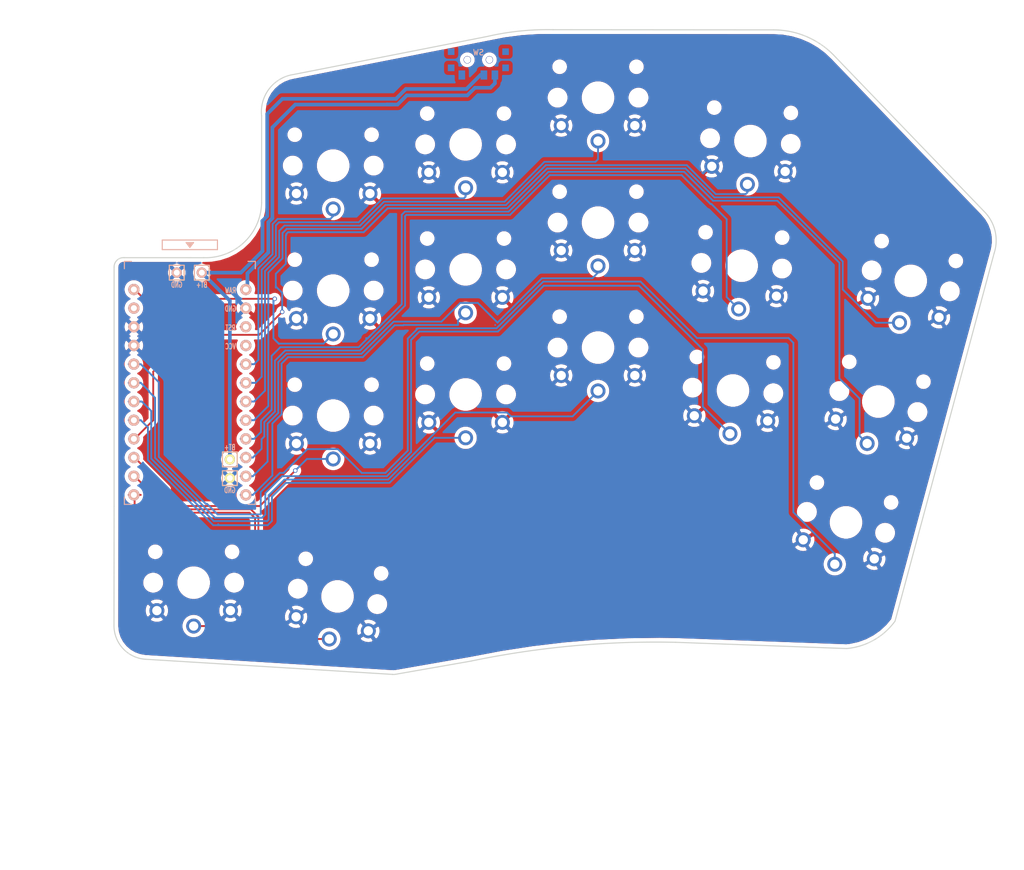
<source format=kicad_pcb>
(kicad_pcb (version 20171130) (host pcbnew "(5.1.10-1-10_14)")
  (title_block (title hypergolic) (date 2020-12-26) (rev 0.1) (company broomlabs))
  (layers (0 F.Cu signal) (31 B.Cu signal) (34 B.Paste user) (35 F.Paste user) (36 B.SilkS user) (37 F.SilkS user) (38 B.Mask user) (39 F.Mask user) (44 Edge.Cuts user))
  (net 0 "")
  (net 1 reset)
  (net 2 BT+)
  (net 3 gnd)
  (net 4 vcc)
  (net 5 Switch18)
  (net 6 Switch1)
  (net 7 Switch2)
  (net 8 Switch3)
  (net 9 Switch4)
  (net 10 Switch5)
  (net 11 Switch6)
  (net 12 Switch7)
  (net 13 Switch8)
  (net 14 Switch9)
  (net 15 Switch10)
  (net 16 Switch11)
  (net 17 Switch12)
  (net 18 Switch13)
  (net 19 Switch14)
  (net 20 Switch15)
  (net 21 Switch16)
  (net 22 Switch17)
  (net 23 "Net-(SW_POWER1-Pad1)")
  (net 24 raw)
  (module "" (layer F.Cu) (at 45.18 81.01)
    (fp_text reference "" (at 41.37 55.63) (layer F.SilkS) (effects (font (size 1.27 1.27))))
    (fp_text value "" (at 41.37 55.63) (layer F.SilkS) (effects (font (size 1.27 1.27))))
    (fp_text user BT+ (at 0.032 -1.62 180) (layer B.SilkS) (effects (font (size 0.75 0.5) (thickness 0.125)) (justify mirror)))
  )
  (module "" (layer F.Cu) (at 41.37 55.63)
    (fp_text reference "" (at 59.26 75.064) (layer F.SilkS) (effects (font (size 1.27 1.27))))
    (fp_text value "" (at 59.26 75.064) (layer F.SilkS) (effects (font (size 1.27 1.27))))
    (fp_text user BT+ (at 0.032 1.647 180) (layer B.SilkS) (effects (font (size 0.75 0.5) (thickness 0.125)) (justify mirror)))
  )
  (module Kailh:SW_PG1350_rev_DPB (layer B.Cu) (at 59.26 75.064 180)
    (fp_text reference SW18 hide)
    (fp_text value SW_Push hide)
    (pad "" np_thru_hole circle (at -5.5 0 180) (size 1.7018 1.7018) (drill 1.7018) (layers *.Cu *.Mask))
    (pad "" np_thru_hole circle (at 5.5 0 180) (size 1.7018 1.7018) (drill 1.7018) (layers *.Cu *.Mask))
    (pad "" np_thru_hole circle (at 5.22 4.2 180) (size 0.9906 0.9906) (drill 0.9906) (layers *.Cu *.Mask))
    (pad 1 thru_hole circle (at 0 -5.9 180) (size 2.032 2.032) (drill 1.27) (layers *.Cu *.Mask) (net 20 Switch15))
    (pad 2 thru_hole circle (at -5 -3.8 180) (size 2.032 2.032) (drill 1.27) (layers *.Cu *.Mask) (net 3 gnd))
    (pad "" np_thru_hole circle (at 0 0 180) (size 3.429 3.429) (drill 3.429) (layers *.Cu *.Mask))
    (pad 2 thru_hole circle (at 5 -3.8 180) (size 2.032 2.032) (drill 1.27) (layers *.Cu *.Mask) (net 3 gnd))
    (pad "" np_thru_hole circle (at -5.22 4.2 180) (size 0.9906 0.9906) (drill 0.9906) (layers *.Cu *.Mask))
  )
  (module Kailh:SW_PG1350_rev_DPB (layer B.Cu) (at 115.9747 37.7256 176)
    (fp_text reference SW3 hide)
    (fp_text value SW_Push hide)
    (pad "" np_thru_hole circle (at -5.5 0 176) (size 1.7018 1.7018) (drill 1.7018) (layers *.Cu *.Mask))
    (pad "" np_thru_hole circle (at 5.5 0 176) (size 1.7018 1.7018) (drill 1.7018) (layers *.Cu *.Mask))
    (pad "" np_thru_hole circle (at 5.22 4.2 176) (size 0.9906 0.9906) (drill 0.9906) (layers *.Cu *.Mask))
    (pad 1 thru_hole circle (at 0 -5.9 176) (size 2.032 2.032) (drill 1.27) (layers *.Cu *.Mask) (net 7 Switch2))
    (pad 2 thru_hole circle (at -5 -3.8 176) (size 2.032 2.032) (drill 1.27) (layers *.Cu *.Mask) (net 3 gnd))
    (pad "" np_thru_hole circle (at 0 0 176) (size 3.429 3.429) (drill 3.429) (layers *.Cu *.Mask))
    (pad 2 thru_hole circle (at 5 -3.8 176) (size 2.032 2.032) (drill 1.27) (layers *.Cu *.Mask) (net 3 gnd))
    (pad "" np_thru_hole circle (at -5.22 4.2 176) (size 0.9906 0.9906) (drill 0.9906) (layers *.Cu *.Mask))
  )
  (module Kailh:SW_PG1350_rev_DPB (layer B.Cu) (at 59.26 58.064 180)
    (fp_text reference SW12 hide)
    (fp_text value SW_Push hide)
    (pad "" np_thru_hole circle (at -5.5 0 180) (size 1.7018 1.7018) (drill 1.7018) (layers *.Cu *.Mask))
    (pad "" np_thru_hole circle (at 5.5 0 180) (size 1.7018 1.7018) (drill 1.7018) (layers *.Cu *.Mask))
    (pad "" np_thru_hole circle (at 5.22 4.2 180) (size 0.9906 0.9906) (drill 0.9906) (layers *.Cu *.Mask))
    (pad 1 thru_hole circle (at 0 -5.9 180) (size 2.032 2.032) (drill 1.27) (layers *.Cu *.Mask) (net 15 Switch10))
    (pad 2 thru_hole circle (at -5 -3.8 180) (size 2.032 2.032) (drill 1.27) (layers *.Cu *.Mask) (net 3 gnd))
    (pad "" np_thru_hole circle (at 0 0 180) (size 3.429 3.429) (drill 3.429) (layers *.Cu *.Mask))
    (pad 2 thru_hole circle (at 5 -3.8 180) (size 2.032 2.032) (drill 1.27) (layers *.Cu *.Mask) (net 3 gnd))
    (pad "" np_thru_hole circle (at -5.22 4.2 180) (size 0.9906 0.9906) (drill 0.9906) (layers *.Cu *.Mask))
  )
  (module Kailh:SW_PG1350_rev_DPB (layer B.Cu) (at 40.294 97.79 180)
    (fp_text reference SW21 hide)
    (fp_text value SW_Push hide)
    (pad "" np_thru_hole circle (at -5.5 0 180) (size 1.7018 1.7018) (drill 1.7018) (layers *.Cu *.Mask))
    (pad "" np_thru_hole circle (at 5.5 0 180) (size 1.7018 1.7018) (drill 1.7018) (layers *.Cu *.Mask))
    (pad "" np_thru_hole circle (at 5.22 4.2 180) (size 0.9906 0.9906) (drill 0.9906) (layers *.Cu *.Mask))
    (pad 1 thru_hole circle (at 0 -5.9 180) (size 2.032 2.032) (drill 1.27) (layers *.Cu *.Mask) (net 22 Switch17))
    (pad 2 thru_hole circle (at -5 -3.8 180) (size 2.032 2.032) (drill 1.27) (layers *.Cu *.Mask) (net 3 gnd))
    (pad "" np_thru_hole circle (at 0 0 180) (size 3.429 3.429) (drill 3.429) (layers *.Cu *.Mask))
    (pad 2 thru_hole circle (at 5 -3.8 180) (size 2.032 2.032) (drill 1.27) (layers *.Cu *.Mask) (net 3 gnd))
    (pad "" np_thru_hole circle (at -5.22 4.2 180) (size 0.9906 0.9906) (drill 0.9906) (layers *.Cu *.Mask))
  )
  (module Kailh:SW_PG1350_rev_DPB (layer B.Cu) (at 59.852 99.658 169)
    (fp_text reference SW20 hide)
    (fp_text value SW_Push hide)
    (pad "" np_thru_hole circle (at -5.5 0 169) (size 1.7018 1.7018) (drill 1.7018) (layers *.Cu *.Mask))
    (pad "" np_thru_hole circle (at 5.5 0 169) (size 1.7018 1.7018) (drill 1.7018) (layers *.Cu *.Mask))
    (pad "" np_thru_hole circle (at 5.22 4.2 169) (size 0.9906 0.9906) (drill 0.9906) (layers *.Cu *.Mask))
    (pad 1 thru_hole circle (at 0 -5.9 169) (size 2.032 2.032) (drill 1.27) (layers *.Cu *.Mask) (net 21 Switch16))
    (pad 2 thru_hole circle (at -5 -3.8 169) (size 2.032 2.032) (drill 1.27) (layers *.Cu *.Mask) (net 3 gnd))
    (pad "" np_thru_hole circle (at 0 0 169) (size 3.429 3.429) (drill 3.429) (layers *.Cu *.Mask))
    (pad 2 thru_hole circle (at 5 -3.8 169) (size 2.032 2.032) (drill 1.27) (layers *.Cu *.Mask) (net 3 gnd))
    (pad "" np_thru_hole circle (at -5.22 4.2 169) (size 0.9906 0.9906) (drill 0.9906) (layers *.Cu *.Mask))
  )
  (module Kailh:SW_PG1350_rev_DPB (layer B.Cu) (at 77.26 72.189 180)
    (fp_text reference SW17 hide)
    (fp_text value SW_Push hide)
    (pad "" np_thru_hole circle (at -5.5 0 180) (size 1.7018 1.7018) (drill 1.7018) (layers *.Cu *.Mask))
    (pad "" np_thru_hole circle (at 5.5 0 180) (size 1.7018 1.7018) (drill 1.7018) (layers *.Cu *.Mask))
    (pad "" np_thru_hole circle (at 5.22 4.2 180) (size 0.9906 0.9906) (drill 0.9906) (layers *.Cu *.Mask))
    (pad 1 thru_hole circle (at 0 -5.9 180) (size 2.032 2.032) (drill 1.27) (layers *.Cu *.Mask) (net 19 Switch14))
    (pad 2 thru_hole circle (at -5 -3.8 180) (size 2.032 2.032) (drill 1.27) (layers *.Cu *.Mask) (net 3 gnd))
    (pad "" np_thru_hole circle (at 0 0 180) (size 3.429 3.429) (drill 3.429) (layers *.Cu *.Mask))
    (pad 2 thru_hole circle (at 5 -3.8 180) (size 2.032 2.032) (drill 1.27) (layers *.Cu *.Mask) (net 3 gnd))
    (pad "" np_thru_hole circle (at -5.22 4.2 180) (size 0.9906 0.9906) (drill 0.9906) (layers *.Cu *.Mask))
  )
  (module Kailh:SW_PG1350_rev_DPB (layer B.Cu) (at 95.26 65.814 180)
    (fp_text reference SW16 hide)
    (fp_text value SW_Push hide)
    (pad "" np_thru_hole circle (at -5.5 0 180) (size 1.7018 1.7018) (drill 1.7018) (layers *.Cu *.Mask))
    (pad "" np_thru_hole circle (at 5.5 0 180) (size 1.7018 1.7018) (drill 1.7018) (layers *.Cu *.Mask))
    (pad "" np_thru_hole circle (at 5.22 4.2 180) (size 0.9906 0.9906) (drill 0.9906) (layers *.Cu *.Mask))
    (pad 1 thru_hole circle (at 0 -5.9 180) (size 2.032 2.032) (drill 1.27) (layers *.Cu *.Mask) (net 18 Switch13))
    (pad 2 thru_hole circle (at -5 -3.8 180) (size 2.032 2.032) (drill 1.27) (layers *.Cu *.Mask) (net 3 gnd))
    (pad "" np_thru_hole circle (at 0 0 180) (size 3.429 3.429) (drill 3.429) (layers *.Cu *.Mask))
    (pad 2 thru_hole circle (at 5 -3.8 180) (size 2.032 2.032) (drill 1.27) (layers *.Cu *.Mask) (net 3 gnd))
    (pad "" np_thru_hole circle (at -5.22 4.2 180) (size 0.9906 0.9906) (drill 0.9906) (layers *.Cu *.Mask))
  )
  (module Kailh:SW_PG1350_rev_DPB (layer B.Cu) (at 113.6027 71.6477 176)
    (fp_text reference SW15 hide)
    (fp_text value SW_Push hide)
    (pad "" np_thru_hole circle (at -5.5 0 176) (size 1.7018 1.7018) (drill 1.7018) (layers *.Cu *.Mask))
    (pad "" np_thru_hole circle (at 5.5 0 176) (size 1.7018 1.7018) (drill 1.7018) (layers *.Cu *.Mask))
    (pad "" np_thru_hole circle (at 5.22 4.2 176) (size 0.9906 0.9906) (drill 0.9906) (layers *.Cu *.Mask))
    (pad 1 thru_hole circle (at 0 -5.9 176) (size 2.032 2.032) (drill 1.27) (layers *.Cu *.Mask) (net 17 Switch12))
    (pad 2 thru_hole circle (at -5 -3.8 176) (size 2.032 2.032) (drill 1.27) (layers *.Cu *.Mask) (net 3 gnd))
    (pad "" np_thru_hole circle (at 0 0 176) (size 3.429 3.429) (drill 3.429) (layers *.Cu *.Mask))
    (pad 2 thru_hole circle (at 5 -3.8 176) (size 2.032 2.032) (drill 1.27) (layers *.Cu *.Mask) (net 3 gnd))
    (pad "" np_thru_hole circle (at -5.22 4.2 176) (size 0.9906 0.9906) (drill 0.9906) (layers *.Cu *.Mask))
  )
  (module Kailh:SW_PG1350_rev_DPB (layer B.Cu) (at 77.26 55.184 180)
    (fp_text reference SW11 hide)
    (fp_text value SW_Push hide)
    (pad "" np_thru_hole circle (at -5.5 0 180) (size 1.7018 1.7018) (drill 1.7018) (layers *.Cu *.Mask))
    (pad "" np_thru_hole circle (at 5.5 0 180) (size 1.7018 1.7018) (drill 1.7018) (layers *.Cu *.Mask))
    (pad "" np_thru_hole circle (at 5.22 4.2 180) (size 0.9906 0.9906) (drill 0.9906) (layers *.Cu *.Mask))
    (pad 1 thru_hole circle (at 0 -5.9 180) (size 2.032 2.032) (drill 1.27) (layers *.Cu *.Mask) (net 14 Switch9))
    (pad 2 thru_hole circle (at -5 -3.8 180) (size 2.032 2.032) (drill 1.27) (layers *.Cu *.Mask) (net 3 gnd))
    (pad "" np_thru_hole circle (at 0 0 180) (size 3.429 3.429) (drill 3.429) (layers *.Cu *.Mask))
    (pad 2 thru_hole circle (at 5 -3.8 180) (size 2.032 2.032) (drill 1.27) (layers *.Cu *.Mask) (net 3 gnd))
    (pad "" np_thru_hole circle (at -5.22 4.2 180) (size 0.9906 0.9906) (drill 0.9906) (layers *.Cu *.Mask))
  )
  (module Kailh:SW_PG1350_rev_DPB (layer B.Cu) (at 95.26 48.814 180)
    (fp_text reference SW10 hide)
    (fp_text value SW_Push hide)
    (pad "" np_thru_hole circle (at -5.5 0 180) (size 1.7018 1.7018) (drill 1.7018) (layers *.Cu *.Mask))
    (pad "" np_thru_hole circle (at 5.5 0 180) (size 1.7018 1.7018) (drill 1.7018) (layers *.Cu *.Mask))
    (pad "" np_thru_hole circle (at 5.22 4.2 180) (size 0.9906 0.9906) (drill 0.9906) (layers *.Cu *.Mask))
    (pad 1 thru_hole circle (at 0 -5.9 180) (size 2.032 2.032) (drill 1.27) (layers *.Cu *.Mask) (net 13 Switch8))
    (pad 2 thru_hole circle (at -5 -3.8 180) (size 2.032 2.032) (drill 1.27) (layers *.Cu *.Mask) (net 3 gnd))
    (pad "" np_thru_hole circle (at 0 0 180) (size 3.429 3.429) (drill 3.429) (layers *.Cu *.Mask))
    (pad 2 thru_hole circle (at 5 -3.8 180) (size 2.032 2.032) (drill 1.27) (layers *.Cu *.Mask) (net 3 gnd))
    (pad "" np_thru_hole circle (at -5.22 4.2 180) (size 0.9906 0.9906) (drill 0.9906) (layers *.Cu *.Mask))
  )
  (module Kailh:SW_PG1350_rev_DPB (layer B.Cu) (at 114.7889 54.6842 176)
    (fp_text reference SW9 hide)
    (fp_text value SW_Push hide)
    (pad "" np_thru_hole circle (at -5.5 0 176) (size 1.7018 1.7018) (drill 1.7018) (layers *.Cu *.Mask))
    (pad "" np_thru_hole circle (at 5.5 0 176) (size 1.7018 1.7018) (drill 1.7018) (layers *.Cu *.Mask))
    (pad "" np_thru_hole circle (at 5.22 4.2 176) (size 0.9906 0.9906) (drill 0.9906) (layers *.Cu *.Mask))
    (pad 1 thru_hole circle (at 0 -5.9 176) (size 2.032 2.032) (drill 1.27) (layers *.Cu *.Mask) (net 12 Switch7))
    (pad 2 thru_hole circle (at -5 -3.8 176) (size 2.032 2.032) (drill 1.27) (layers *.Cu *.Mask) (net 3 gnd))
    (pad "" np_thru_hole circle (at 0 0 176) (size 3.429 3.429) (drill 3.429) (layers *.Cu *.Mask))
    (pad 2 thru_hole circle (at 5 -3.8 176) (size 2.032 2.032) (drill 1.27) (layers *.Cu *.Mask) (net 3 gnd))
    (pad "" np_thru_hole circle (at -5.22 4.2 176) (size 0.9906 0.9906) (drill 0.9906) (layers *.Cu *.Mask))
  )
  (module Kailh:SW_PG1350_rev_DPB (layer B.Cu) (at 59.26 41.064 180)
    (fp_text reference SW6 hide)
    (fp_text value SW_Push hide)
    (pad "" np_thru_hole circle (at -5.5 0 180) (size 1.7018 1.7018) (drill 1.7018) (layers *.Cu *.Mask))
    (pad "" np_thru_hole circle (at 5.5 0 180) (size 1.7018 1.7018) (drill 1.7018) (layers *.Cu *.Mask))
    (pad "" np_thru_hole circle (at 5.22 4.2 180) (size 0.9906 0.9906) (drill 0.9906) (layers *.Cu *.Mask))
    (pad 1 thru_hole circle (at 0 -5.9 180) (size 2.032 2.032) (drill 1.27) (layers *.Cu *.Mask) (net 10 Switch5))
    (pad 2 thru_hole circle (at -5 -3.8 180) (size 2.032 2.032) (drill 1.27) (layers *.Cu *.Mask) (net 3 gnd))
    (pad "" np_thru_hole circle (at 0 0 180) (size 3.429 3.429) (drill 3.429) (layers *.Cu *.Mask))
    (pad 2 thru_hole circle (at 5 -3.8 180) (size 2.032 2.032) (drill 1.27) (layers *.Cu *.Mask) (net 3 gnd))
    (pad "" np_thru_hole circle (at -5.22 4.2 180) (size 0.9906 0.9906) (drill 0.9906) (layers *.Cu *.Mask))
  )
  (module Kailh:SW_PG1350_rev_DPB (layer B.Cu) (at 77.26 38.184 180)
    (fp_text reference SW5 hide)
    (fp_text value SW_Push hide)
    (pad "" np_thru_hole circle (at -5.5 0 180) (size 1.7018 1.7018) (drill 1.7018) (layers *.Cu *.Mask))
    (pad "" np_thru_hole circle (at 5.5 0 180) (size 1.7018 1.7018) (drill 1.7018) (layers *.Cu *.Mask))
    (pad "" np_thru_hole circle (at 5.22 4.2 180) (size 0.9906 0.9906) (drill 0.9906) (layers *.Cu *.Mask))
    (pad 1 thru_hole circle (at 0 -5.9 180) (size 2.032 2.032) (drill 1.27) (layers *.Cu *.Mask) (net 9 Switch4))
    (pad 2 thru_hole circle (at -5 -3.8 180) (size 2.032 2.032) (drill 1.27) (layers *.Cu *.Mask) (net 3 gnd))
    (pad "" np_thru_hole circle (at 0 0 180) (size 3.429 3.429) (drill 3.429) (layers *.Cu *.Mask))
    (pad 2 thru_hole circle (at 5 -3.8 180) (size 2.032 2.032) (drill 1.27) (layers *.Cu *.Mask) (net 3 gnd))
    (pad "" np_thru_hole circle (at -5.22 4.2 180) (size 0.9906 0.9906) (drill 0.9906) (layers *.Cu *.Mask))
  )
  (module Kailh:SW_PG1350_rev_DPB (layer B.Cu) (at 95.26 31.824 180)
    (fp_text reference SW4 hide)
    (fp_text value SW_Push hide)
    (pad "" np_thru_hole circle (at -5.5 0 180) (size 1.7018 1.7018) (drill 1.7018) (layers *.Cu *.Mask))
    (pad "" np_thru_hole circle (at 5.5 0 180) (size 1.7018 1.7018) (drill 1.7018) (layers *.Cu *.Mask))
    (pad "" np_thru_hole circle (at 5.22 4.2 180) (size 0.9906 0.9906) (drill 0.9906) (layers *.Cu *.Mask))
    (pad 1 thru_hole circle (at 0 -5.9 180) (size 2.032 2.032) (drill 1.27) (layers *.Cu *.Mask) (net 8 Switch3))
    (pad 2 thru_hole circle (at -5 -3.8 180) (size 2.032 2.032) (drill 1.27) (layers *.Cu *.Mask) (net 3 gnd))
    (pad "" np_thru_hole circle (at 0 0 180) (size 3.429 3.429) (drill 3.429) (layers *.Cu *.Mask))
    (pad 2 thru_hole circle (at 5 -3.8 180) (size 2.032 2.032) (drill 1.27) (layers *.Cu *.Mask) (net 3 gnd))
    (pad "" np_thru_hole circle (at -5.22 4.2 180) (size 0.9906 0.9906) (drill 0.9906) (layers *.Cu *.Mask))
  )
  (module kbd:1pin_conn (layer F.Cu) (at 45.212 81.026)
    (fp_text reference " " (at 0 1.651) (layer F.SilkS) (effects (font (size 0.8128 0.8128))))
    (fp_text value Val** hide)
    (pad 1 thru_hole circle (at 0 0) (size 1.397 1.397) (drill 0.8128) (layers *.Cu *.Mask F.SilkS) (net 2 BT+))
  )
  (module kbd:1pin_conn (layer F.Cu) (at 45.212 83.566)
    (fp_text reference GND (at 0 1.651) (layer B.SilkS) (effects (font (size 0.75 0.5) (thickness 0.125)) (justify mirror)))
    (fp_text value MountingHole_Pad hide)
    (pad 1 thru_hole circle (at 0 0) (size 1.397 1.397) (drill 0.8128) (layers *.Cu *.Mask F.SilkS) (net 3 gnd))
  )
  (module kbd:ProMicro_DPB (layer B.Cu) (at 39.778 72.39 180)
    (fp_text reference U1 hide)
    (fp_text value ProMicro-kbd hide)
    (fp_text user VCC (at -5.522 6.73 unlocked) (layer B.SilkS) (effects (font (size 0.75 0.5) (thickness 0.125)) (justify mirror)))
    (fp_text user RST (at -5.522 9.25 unlocked) (layer B.SilkS) (effects (font (size 0.75 0.5) (thickness 0.125)) (justify mirror)))
    (fp_text user GND (at -5.522 11.86 unlocked) (layer B.SilkS) (effects (font (size 0.75 0.5) (thickness 0.125)) (justify mirror)))
    (fp_text user RAW (at -5.522 14.34 unlocked) (layer B.SilkS) (effects (font (size 0.75 0.5) (thickness 0.125)) (justify mirror)))
    (fp_text user "" (at -0.545 17.4) (layer B.SilkS) (effects (justify mirror)))
    (fp_text user "" (at -1.2515 16.256) (layer F.SilkS))
    (pad 1 thru_hole circle (at 7.6114 14.478 180) (size 1.524 1.524) (drill 0.8128) (layers *.Cu *.Mask B.SilkS) (net 15 Switch10))
    (pad 2 thru_hole circle (at 7.6114 11.938 180) (size 1.524 1.524) (drill 0.8128) (layers *.Cu *.Mask B.SilkS) (net 5 Switch18))
    (pad 3 thru_hole circle (at 7.6114 9.398 180) (size 1.524 1.524) (drill 0.8128) (layers *.Cu *.Mask B.SilkS) (net 3 gnd))
    (pad 4 thru_hole circle (at 7.6114 6.858 180) (size 1.524 1.524) (drill 0.8128) (layers *.Cu *.Mask B.SilkS) (net 3 gnd))
    (pad 5 thru_hole circle (at 7.6114 4.318 180) (size 1.524 1.524) (drill 0.8128) (layers *.Cu *.Mask B.SilkS) (net 16 Switch11))
    (pad 6 thru_hole circle (at 7.6114 1.778 180) (size 1.524 1.524) (drill 0.8128) (layers *.Cu *.Mask B.SilkS) (net 17 Switch12))
    (pad 7 thru_hole circle (at 7.6114 -0.762 180) (size 1.524 1.524) (drill 0.8128) (layers *.Cu *.Mask B.SilkS) (net 18 Switch13))
    (pad 8 thru_hole circle (at 7.6114 -3.302 180) (size 1.524 1.524) (drill 0.8128) (layers *.Cu *.Mask B.SilkS) (net 19 Switch14))
    (pad 9 thru_hole circle (at 7.6114 -5.842 180) (size 1.524 1.524) (drill 0.8128) (layers *.Cu *.Mask B.SilkS) (net 6 Switch1))
    (pad 10 thru_hole circle (at 7.6114 -8.382 180) (size 1.524 1.524) (drill 0.8128) (layers *.Cu *.Mask B.SilkS) (net 20 Switch15))
    (pad 11 thru_hole circle (at 7.6114 -10.922 180) (size 1.524 1.524) (drill 0.8128) (layers *.Cu *.Mask B.SilkS) (net 21 Switch16))
    (pad 12 thru_hole circle (at 7.6114 -13.462 180) (size 1.524 1.524) (drill 0.8128) (layers *.Cu *.Mask B.SilkS) (net 22 Switch17))
    (pad 13 thru_hole circle (at -7.6086 -13.462 180) (size 1.524 1.524) (drill 0.8128) (layers *.Cu *.Mask B.SilkS) (net 14 Switch9))
    (pad 14 thru_hole circle (at -7.6086 -10.922 180) (size 1.524 1.524) (drill 0.8128) (layers *.Cu *.Mask B.SilkS) (net 13 Switch8))
    (pad 15 thru_hole circle (at -7.6086 -8.382 180) (size 1.524 1.524) (drill 0.8128) (layers *.Cu *.Mask B.SilkS) (net 12 Switch7))
    (pad 16 thru_hole circle (at -7.6086 -5.842 180) (size 1.524 1.524) (drill 0.8128) (layers *.Cu *.Mask B.SilkS) (net 11 Switch6))
    (pad 17 thru_hole circle (at -7.6086 -3.302 180) (size 1.524 1.524) (drill 0.8128) (layers *.Cu *.Mask B.SilkS) (net 7 Switch2))
    (pad 18 thru_hole circle (at -7.6086 -0.762 180) (size 1.524 1.524) (drill 0.8128) (layers *.Cu *.Mask B.SilkS) (net 8 Switch3))
    (pad 19 thru_hole circle (at -7.6086 1.778 180) (size 1.524 1.524) (drill 0.8128) (layers *.Cu *.Mask B.SilkS) (net 9 Switch4))
    (pad 20 thru_hole circle (at -7.6086 4.318 180) (size 1.524 1.524) (drill 0.8128) (layers *.Cu *.Mask B.SilkS) (net 10 Switch5))
    (pad 21 thru_hole circle (at -7.6086 6.858 180) (size 1.524 1.524) (drill 0.8128) (layers *.Cu *.Mask B.SilkS) (net 4 vcc))
    (pad 22 thru_hole circle (at -7.6086 9.398 180) (size 1.524 1.524) (drill 0.8128) (layers *.Cu *.Mask B.SilkS) (net 1 reset))
    (pad 23 thru_hole circle (at -7.6086 11.938 180) (size 1.524 1.524) (drill 0.8128) (layers *.Cu *.Mask B.SilkS) (net 3 gnd))
    (pad 24 thru_hole circle (at -7.6086 14.478 180) (size 1.524 1.524) (drill 0.8128) (layers *.Cu *.Mask B.SilkS) (net 24 raw))
  )
  (module kbd:1pin_conn (layer B.Cu) (at 41.402 55.626 180)
    (fp_text reference " " (at 0 -1.651) (layer B.SilkS) (effects (font (size 0.8128 0.8128)) (justify mirror)))
    (fp_text value Val** hide)
    (pad 1 thru_hole circle (at 0 0 180) (size 1.397 1.397) (drill 0.8128) (layers *.Cu *.Mask B.SilkS) (net 2 BT+))
  )
  (module Kailh:SW_PG1350_rev_DPB (layer B.Cu) (at 128.9675 89.5857 165)
    (fp_text reference SW14 hide)
    (fp_text value SW_Push hide)
    (pad "" np_thru_hole circle (at -5.5 0 165) (size 1.7018 1.7018) (drill 1.7018) (layers *.Cu *.Mask))
    (pad "" np_thru_hole circle (at 5.5 0 165) (size 1.7018 1.7018) (drill 1.7018) (layers *.Cu *.Mask))
    (pad "" np_thru_hole circle (at 5.22 4.2 165) (size 0.9906 0.9906) (drill 0.9906) (layers *.Cu *.Mask))
    (pad 1 thru_hole circle (at 0 -5.9 165) (size 2.032 2.032) (drill 1.27) (layers *.Cu *.Mask) (net 16 Switch11))
    (pad 2 thru_hole circle (at -5 -3.8 165) (size 2.032 2.032) (drill 1.27) (layers *.Cu *.Mask) (net 3 gnd))
    (pad "" np_thru_hole circle (at 0 0 165) (size 3.429 3.429) (drill 3.429) (layers *.Cu *.Mask))
    (pad 2 thru_hole circle (at 5 -3.8 165) (size 2.032 2.032) (drill 1.27) (layers *.Cu *.Mask) (net 3 gnd))
    (pad "" np_thru_hole circle (at -5.22 4.2 165) (size 0.9906 0.9906) (drill 0.9906) (layers *.Cu *.Mask))
  )
  (module Kailh:SW_PG1350_rev_DPB (layer B.Cu) (at 133.3687 73.1601 165)
    (fp_text reference SW8 hide)
    (fp_text value SW_Push hide)
    (pad "" np_thru_hole circle (at -5.5 0 165) (size 1.7018 1.7018) (drill 1.7018) (layers *.Cu *.Mask))
    (pad "" np_thru_hole circle (at 5.5 0 165) (size 1.7018 1.7018) (drill 1.7018) (layers *.Cu *.Mask))
    (pad "" np_thru_hole circle (at 5.22 4.2 165) (size 0.9906 0.9906) (drill 0.9906) (layers *.Cu *.Mask))
    (pad 1 thru_hole circle (at 0 -5.9 165) (size 2.032 2.032) (drill 1.27) (layers *.Cu *.Mask) (net 11 Switch6))
    (pad 2 thru_hole circle (at -5 -3.8 165) (size 2.032 2.032) (drill 1.27) (layers *.Cu *.Mask) (net 3 gnd))
    (pad "" np_thru_hole circle (at 0 0 165) (size 3.429 3.429) (drill 3.429) (layers *.Cu *.Mask))
    (pad 2 thru_hole circle (at 5 -3.8 165) (size 2.032 2.032) (drill 1.27) (layers *.Cu *.Mask) (net 3 gnd))
    (pad "" np_thru_hole circle (at -5.22 4.2 165) (size 0.9906 0.9906) (drill 0.9906) (layers *.Cu *.Mask))
  )
  (module Kailh:SW_PG1350_rev_DPB (layer B.Cu) (at 137.7686 56.7394 165)
    (fp_text reference SW2 hide)
    (fp_text value SW_Push hide)
    (pad "" np_thru_hole circle (at -5.5 0 165) (size 1.7018 1.7018) (drill 1.7018) (layers *.Cu *.Mask))
    (pad "" np_thru_hole circle (at 5.5 0 165) (size 1.7018 1.7018) (drill 1.7018) (layers *.Cu *.Mask))
    (pad "" np_thru_hole circle (at 5.22 4.2 165) (size 0.9906 0.9906) (drill 0.9906) (layers *.Cu *.Mask))
    (pad 1 thru_hole circle (at 0 -5.9 165) (size 2.032 2.032) (drill 1.27) (layers *.Cu *.Mask) (net 6 Switch1))
    (pad 2 thru_hole circle (at -5 -3.8 165) (size 2.032 2.032) (drill 1.27) (layers *.Cu *.Mask) (net 3 gnd))
    (pad "" np_thru_hole circle (at 0 0 165) (size 3.429 3.429) (drill 3.429) (layers *.Cu *.Mask))
    (pad 2 thru_hole circle (at 5 -3.8 165) (size 2.032 2.032) (drill 1.27) (layers *.Cu *.Mask) (net 3 gnd))
    (pad "" np_thru_hole circle (at -5.22 4.2 165) (size 0.9906 0.9906) (drill 0.9906) (layers *.Cu *.Mask))
  )
  (module Kailh:SPDT_C128955 (layer B.Cu) (at 78.994 26.67 180)
    (fp_text reference SW (at 0 1) (layer B.SilkS) (effects (font (size 0.75 0.7) (thickness 0.125)) (justify mirror)))
    (fp_text value SW_SPDT)
    (pad 0 smd rect (at -3.7 1.1 180) (size 0.9 0.9) (layers B.Cu B.Paste B.Mask))
    (pad 0 smd rect (at -3.7 -1.1 180) (size 0.9 0.9) (layers B.Cu B.Paste B.Mask))
    (pad 0 smd rect (at 3.7 -1.1 180) (size 0.9 0.9) (layers B.Cu B.Paste B.Mask))
    (pad 0 smd rect (at 3.7 1.1 180) (size 0.9 0.9) (layers B.Cu B.Paste B.Mask))
    (pad 1 smd rect (at 2.25 -2.075 180) (size 0.9 1.25) (layers B.Cu B.Paste B.Mask) (net 23 "Net-(SW_POWER1-Pad1)"))
    (pad 3 smd rect (at -2.25 -2.075 180) (size 0.9 1.25) (layers B.Cu B.Paste B.Mask) (net 24 raw))
    (pad 2 smd rect (at -0.75 -2.075 180) (size 0.9 1.25) (layers B.Cu B.Paste B.Mask) (net 2 BT+))
    (pad "" np_thru_hole circle (at -1.5 0 180) (size 1 1) (drill 0.9) (layers *.Cu *.Mask))
    (pad "" np_thru_hole circle (at 1.5 0 180) (size 1 1) (drill 0.9) (layers *.Cu *.Mask))
  )
  (module kbd:1pin_conn (layer B.Cu) (at 37.998 55.626 180)
    (fp_text reference GND (at 0 -1.651) (layer B.SilkS) (effects (font (size 0.75 0.5) (thickness 0.125)) (justify mirror)))
    (fp_text value MountingHole_Pad hide)
    (pad 1 thru_hole circle (at 0 0 180) (size 1.397 1.397) (drill 0.8128) (layers *.Cu *.Mask B.SilkS) (net 3 gnd))
  )
  (gr_line (start 67.307187 110.265456) (end 33.71168 108.204) (layer Edge.Cuts) (width 0.15))
  (gr_line (start 77.978 108.458) (end 67.818 110.236) (layer Edge.Cuts) (width 0.15))
  (gr_arc (start 34.048381 103.632) (end 33.71168 108.204) (angle 85.78810506) (layer Edge.Cuts) (width 0.15))
  (gr_arc (start 67.466954 108.592186) (end 67.818 110.236) (angle 17.50894085) (layer Edge.Cuts) (width 0.15))
  (gr_arc (start 88.368079 58.96879) (end 80.226393 23.495399) (angle 14.16454563) (layer Edge.Cuts) (width 0.15))
  (gr_arc (start 103.100718 229.109279) (end 105.808454 105.899903) (angle -13.02135768) (layer Edge.Cuts) (width 0.15))
  (gr_line (start 29.464 103.632) (end 29.48 87.376) (angle 90) (layer Edge.Cuts) (width 0.15))
  (gr_line (start 89.154528 22.581567) (end 119.126 22.606) (angle 90) (layer Edge.Cuts) (width 0.15))
  (gr_line (start 129.042052 106.749617) (end 105.808454 105.899903) (layer Edge.Cuts) (width 0.15))
  (gr_arc (start 41.91 45.97261) (end 49.53 46.118151) (angle 90.81459567) (layer Edge.Cuts) (width 0.15))
  (gr_arc (start 54.627507 33.74391) (end 49.53 34.29) (angle 87.32605082) (layer Edge.Cuts) (width 0.15))
  (gr_arc (start 128.265602 97.688346) (end 135.631602 103.022346) (angle 49.19263052) (layer Edge.Cuts) (width 0.15))
  (gr_line (start 127.583515 26.34735) (end 147.746161 47.30532) (angle 90) (layer Edge.Cuts) (width 0.15))
  (gr_arc (start 143.805701 51.247296) (end 147.746161 47.30532) (angle 63.29582795) (layer Edge.Cuts) (width 0.15))
  (gr_line (start 49.53 46.118151) (end 49.53 34.29) (angle 90) (layer Edge.Cuts) (width 0.15))
  (gr_arc (start 30.75 54.854) (end 29.48 54.864) (angle 94.05555909) (layer Edge.Cuts) (width 0.15))
  (gr_arc (start 119.126 34.036) (end 119.126 22.606) (angle 47.72631099) (layer Edge.Cuts) (width 0.15))
  (gr_line (start 30.829844 53.586473) (end 41.656141 53.589771) (angle 90) (layer Edge.Cuts) (width 0.15))
  (gr_line (start 149.098 52.996) (end 135.631602 103.022346) (angle 90) (layer Edge.Cuts) (width 0.15))
  (gr_line (start 29.48 87.376) (end 29.48 54.864) (angle 90) (layer Edge.Cuts) (width 0.15))
  (gr_line (start 53.844201 28.67743) (end 80.226393 23.495399) (angle 90) (layer Edge.Cuts) (width 0.15))
  (segment (start 81.28 62.738) (end 81.279998 62.737998) (width 0.25) (layer B.Cu) (net 0))
  (segment (start 47.498 62.992) (end 46.6796 62.992) (width 0.25) (layer F.Cu) (net 1))
  (segment (start 79.273666 28.745) (end 79.744 28.745) (width 0.5) (layer B.Cu) (net 2))
  (segment (start 77.377333 30.641333) (end 79.273666 28.745) (width 0.5) (layer B.Cu) (net 2))
  (segment (start 69.140647 30.641333) (end 77.377333 30.641333) (width 0.5) (layer B.Cu) (net 2))
  (segment (start 52.34401 31.98399) (end 67.79799 31.98399) (width 0.5) (layer B.Cu) (net 2))
  (segment (start 50.292 34.036) (end 52.34401 31.98399) (width 0.5) (layer B.Cu) (net 2))
  (segment (start 49.621113 48.605114) (end 50.292 47.934227) (width 0.5) (layer B.Cu) (net 2))
  (segment (start 67.79799 31.98399) (end 69.140647 30.641333) (width 0.5) (layer B.Cu) (net 2))
  (segment (start 49.644426 48.628426) (end 49.621113 48.605114) (width 0.5) (layer B.Cu) (net 2))
  (segment (start 49.644426 52.692426) (end 49.644426 48.628426) (width 0.5) (layer B.Cu) (net 2))
  (segment (start 46.710852 55.626) (end 49.644426 52.692426) (width 0.5) (layer B.Cu) (net 2))
  (segment (start 50.292 47.934227) (end 50.292 34.036) (width 0.5) (layer B.Cu) (net 2))
  (segment (start 41.148 55.626) (end 46.710852 55.626) (width 0.5) (layer B.Cu) (net 2))
  (segment (start 41.402 55.626) (end 45.212 59.436) (width 0.5) (layer B.Cu) (net 2))
  (segment (start 45.212 59.436) (end 45.212 81.026) (width 0.5) (layer B.Cu) (net 2))
  (segment (start 51.460046 57.658) (end 51.460046 57.658) (width 0.25) (layer B.Cu) (net 6))
  (via (at 52.324 60.96) (size 0.6) (drill 0.4) (layers F.Cu B.Cu) (net 6))
  (segment (start 133.050103 62.438362) (end 136.241568 62.438362) (width 0.25) (layer B.Cu) (net 6))
  (segment (start 128.523871 54.101871) (end 128.523871 57.912129) (width 0.25) (layer B.Cu) (net 6))
  (segment (start 119.813838 45.391838) (end 128.523871 54.101871) (width 0.25) (layer B.Cu) (net 6))
  (segment (start 53.129575 50.122835) (end 63.415165 50.122835) (width 0.25) (layer B.Cu) (net 6))
  (segment (start 51.460046 55.778046) (end 52.823238 54.414854) (width 0.25) (layer B.Cu) (net 6))
  (segment (start 82.9228 46.87402) (end 88.33683 41.45999) (width 0.25) (layer B.Cu) (net 6))
  (segment (start 52.823238 54.414854) (end 52.823238 50.554762) (width 0.25) (layer B.Cu) (net 6))
  (segment (start 128.523871 57.912129) (end 133.050103 62.438362) (width 0.25) (layer B.Cu) (net 6))
  (segment (start 52.88499 50.36742) (end 53.129575 50.122835) (width 0.25) (layer B.Cu) (net 6))
  (segment (start 66.66398 46.87402) (end 82.9228 46.87402) (width 0.25) (layer B.Cu) (net 6))
  (segment (start 52.823238 50.554762) (end 52.88499 50.49301) (width 0.25) (layer B.Cu) (net 6))
  (segment (start 52.88499 50.49301) (end 52.88499 50.36742) (width 0.25) (layer B.Cu) (net 6))
  (segment (start 63.415165 50.122835) (end 66.66398 46.87402) (width 0.25) (layer B.Cu) (net 6))
  (segment (start 111.081771 45.391837) (end 119.813838 45.391838) (width 0.25) (layer B.Cu) (net 6))
  (segment (start 107.13001 41.45999) (end 107.139967 41.450033) (width 0.25) (layer B.Cu) (net 6))
  (segment (start 88.33683 41.45999) (end 107.13001 41.45999) (width 0.25) (layer B.Cu) (net 6))
  (segment (start 107.139967 41.450033) (end 111.081771 45.391837) (width 0.25) (layer B.Cu) (net 6))
  (segment (start 52.324 58.369908) (end 52.324 60.96) (width 0.25) (layer B.Cu) (net 6))
  (segment (start 51.460046 57.505954) (end 52.324 58.369908) (width 0.25) (layer B.Cu) (net 6))
  (segment (start 51.460046 57.658) (end 51.460046 57.505954) (width 0.25) (layer B.Cu) (net 6))
  (segment (start 51.460046 57.505954) (end 51.460046 55.778046) (width 0.25) (layer B.Cu) (net 6))
  (segment (start 49.204999 64.079001) (end 39.806999 64.079001) (width 0.25) (layer F.Cu) (net 6))
  (segment (start 52.324 60.96) (end 49.204999 64.079001) (width 0.25) (layer F.Cu) (net 6))
  (segment (start 39.806999 64.079001) (end 34.798 69.088) (width 0.25) (layer F.Cu) (net 6))
  (segment (start 34.798 75.7006) (end 32.2666 78.232) (width 0.25) (layer F.Cu) (net 6))
  (segment (start 34.798 69.088) (end 34.798 75.7006) (width 0.25) (layer F.Cu) (net 6))
  (segment (start 52.943175 49.672825) (end 52.91705 49.69895) (width 0.25) (layer B.Cu) (net 7))
  (segment (start 52.373228 53.676002) (end 50.443031 55.606199) (width 0.25) (layer B.Cu) (net 7))
  (segment (start 52.373228 50.242772) (end 52.373228 53.676002) (width 0.25) (layer B.Cu) (net 7))
  (segment (start 48.514 75.692) (end 46.6796 75.692) (width 0.25) (layer B.Cu) (net 7))
  (segment (start 50.443031 73.762969) (end 48.514 75.692) (width 0.25) (layer B.Cu) (net 7))
  (segment (start 50.443031 55.606199) (end 50.443031 73.762969) (width 0.25) (layer B.Cu) (net 7))
  (segment (start 52.943175 49.672825) (end 52.373228 50.242772) (width 0.25) (layer B.Cu) (net 7))
  (segment (start 53.197175 49.672825) (end 52.943175 49.672825) (width 0.25) (layer B.Cu) (net 7))
  (segment (start 63.105995 49.672825) (end 53.197175 49.672825) (width 0.25) (layer B.Cu) (net 7))
  (segment (start 82.7364 46.42401) (end 66.35481 46.42401) (width 0.25) (layer B.Cu) (net 7))
  (segment (start 88.160386 41.000024) (end 82.7364 46.42401) (width 0.25) (layer B.Cu) (net 7))
  (segment (start 111.268172 44.941828) (end 107.326368 41.000024) (width 0.25) (layer B.Cu) (net 7))
  (segment (start 66.35481 46.42401) (end 63.105995 49.672825) (width 0.25) (layer B.Cu) (net 7))
  (segment (start 107.326368 41.000024) (end 88.160386 41.000024) (width 0.25) (layer B.Cu) (net 7))
  (segment (start 115.332172 44.941828) (end 111.268172 44.941828) (width 0.25) (layer B.Cu) (net 7))
  (segment (start 115.563137 44.710863) (end 115.332172 44.941828) (width 0.25) (layer B.Cu) (net 7))
  (segment (start 115.563137 43.611228) (end 115.563137 44.710863) (width 0.25) (layer B.Cu) (net 7))
  (segment (start 49.993021 55.419799) (end 49.993021 71.672979) (width 0.25) (layer B.Cu) (net 8))
  (segment (start 51.923218 53.489602) (end 49.993021 55.419799) (width 0.25) (layer B.Cu) (net 8))
  (segment (start 51.923218 49.930782) (end 51.923218 53.489602) (width 0.25) (layer B.Cu) (net 8))
  (segment (start 62.919595 49.222815) (end 52.631185 49.222815) (width 0.25) (layer B.Cu) (net 8))
  (segment (start 48.514 73.152) (end 46.6796 73.152) (width 0.25) (layer B.Cu) (net 8))
  (segment (start 82.55 45.974) (end 66.16841 45.974) (width 0.25) (layer B.Cu) (net 8))
  (segment (start 87.973986 40.550014) (end 82.55 45.974) (width 0.25) (layer B.Cu) (net 8))
  (segment (start 52.631185 49.222815) (end 51.923218 49.930782) (width 0.25) (layer B.Cu) (net 8))
  (segment (start 49.993021 71.672979) (end 48.514 73.152) (width 0.25) (layer B.Cu) (net 8))
  (segment (start 66.16841 45.974) (end 62.919595 49.222815) (width 0.25) (layer B.Cu) (net 8))
  (segment (start 95.26 40.196028) (end 94.906014 40.550014) (width 0.25) (layer B.Cu) (net 8))
  (segment (start 95.26 37.724) (end 95.26 40.196028) (width 0.25) (layer B.Cu) (net 8))
  (segment (start 94.906014 40.550014) (end 87.973986 40.550014) (width 0.25) (layer B.Cu) (net 8))
  (segment (start 48.71076 70.612) (end 46.6796 70.612) (width 0.25) (layer B.Cu) (net 9))
  (segment (start 49.543011 69.779749) (end 48.71076 70.612) (width 0.25) (layer B.Cu) (net 9))
  (segment (start 49.543011 55.233399) (end 49.543011 69.779749) (width 0.25) (layer B.Cu) (net 9))
  (segment (start 51.892981 48.772805) (end 51.473209 49.192577) (width 0.25) (layer B.Cu) (net 9))
  (segment (start 51.473209 49.192577) (end 51.473209 53.303201) (width 0.25) (layer B.Cu) (net 9))
  (segment (start 65.98201 45.52399) (end 62.733195 48.772805) (width 0.25) (layer B.Cu) (net 9))
  (segment (start 51.473209 53.303201) (end 49.543011 55.233399) (width 0.25) (layer B.Cu) (net 9))
  (segment (start 62.733195 48.772805) (end 51.892981 48.772805) (width 0.25) (layer B.Cu) (net 9))
  (segment (start 77.26 45.28398) (end 77.01999 45.52399) (width 0.25) (layer B.Cu) (net 9))
  (segment (start 77.26 44.084) (end 77.26 45.28398) (width 0.25) (layer B.Cu) (net 9))
  (segment (start 77.01999 45.52399) (end 65.98201 45.52399) (width 0.25) (layer B.Cu) (net 9))
  (segment (start 48.514 68.072) (end 46.6796 68.072) (width 0.25) (layer B.Cu) (net 10))
  (segment (start 49.093001 55.046999) (end 49.093001 67.492999) (width 0.25) (layer B.Cu) (net 10))
  (segment (start 51.023199 53.116801) (end 49.093001 55.046999) (width 0.25) (layer B.Cu) (net 10))
  (segment (start 51.023199 49.006177) (end 51.023199 53.116801) (width 0.25) (layer B.Cu) (net 10))
  (segment (start 49.093001 67.492999) (end 48.514 68.072) (width 0.25) (layer B.Cu) (net 10))
  (segment (start 51.706581 48.322795) (end 51.023199 49.006177) (width 0.25) (layer B.Cu) (net 10))
  (segment (start 59.26 47.928) (end 58.865205 48.322795) (width 0.25) (layer B.Cu) (net 10))
  (segment (start 59.26 46.964) (end 59.26 47.928) (width 0.25) (layer B.Cu) (net 10))
  (segment (start 58.865205 48.322795) (end 51.706581 48.322795) (width 0.25) (layer B.Cu) (net 10))
  (segment (start 130.81 72.750153) (end 130.81 77.827394) (width 0.25) (layer B.Cu) (net 11))
  (segment (start 128.073861 54.288271) (end 128.073861 70.014014) (width 0.25) (layer B.Cu) (net 11))
  (segment (start 119.627436 45.841846) (end 128.073861 54.288271) (width 0.25) (layer B.Cu) (net 11))
  (segment (start 110.895372 45.841846) (end 119.627436 45.841846) (width 0.25) (layer B.Cu) (net 11))
  (segment (start 128.073861 70.014014) (end 130.81 72.750153) (width 0.25) (layer B.Cu) (net 11))
  (segment (start 106.963524 41.91) (end 110.895372 45.841846) (width 0.25) (layer B.Cu) (net 11))
  (segment (start 88.52323 41.91) (end 106.963524 41.91) (width 0.25) (layer B.Cu) (net 11))
  (segment (start 46.6796 78.232) (end 48.514 78.232) (width 0.25) (layer B.Cu) (net 11))
  (segment (start 130.81 77.827394) (end 131.841668 78.859062) (width 0.25) (layer B.Cu) (net 11))
  (segment (start 48.514 78.232) (end 49.445381 77.300619) (width 0.25) (layer B.Cu) (net 11))
  (segment (start 49.445381 77.300619) (end 49.445381 75.776619) (width 0.25) (layer B.Cu) (net 11))
  (segment (start 49.53 75.692) (end 49.53 75.644436) (width 0.25) (layer B.Cu) (net 11))
  (segment (start 49.445381 75.776619) (end 49.53 75.692) (width 0.25) (layer B.Cu) (net 11))
  (segment (start 49.53 75.644436) (end 50.893041 74.281395) (width 0.25) (layer B.Cu) (net 11))
  (segment (start 83.109201 47.324029) (end 88.52323 41.91) (width 0.25) (layer B.Cu) (net 11))
  (segment (start 68.58 59.914293) (end 68.58 47.752) (width 0.25) (layer B.Cu) (net 11))
  (segment (start 68.58 47.752) (end 69.00797 47.32403) (width 0.25) (layer B.Cu) (net 11))
  (segment (start 69.00797 47.32403) (end 83.109201 47.324029) (width 0.25) (layer B.Cu) (net 11))
  (segment (start 63.955283 64.53901) (end 63.73099 64.53901) (width 0.25) (layer B.Cu) (net 11))
  (segment (start 63.955283 64.53901) (end 64.374146 64.120146) (width 0.25) (layer B.Cu) (net 11))
  (segment (start 64.374146 64.120146) (end 68.58 59.914293) (width 0.25) (layer B.Cu) (net 11))
  (segment (start 50.89304 67.47096) (end 50.893041 67.470959) (width 0.25) (layer B.Cu) (net 11))
  (segment (start 50.89304 66.950534) (end 50.89304 67.47096) (width 0.25) (layer B.Cu) (net 11))
  (segment (start 52.079612 65.763962) (end 50.89304 66.950534) (width 0.25) (layer B.Cu) (net 11))
  (segment (start 62.73033 65.763962) (end 52.079612 65.763962) (width 0.25) (layer B.Cu) (net 11))
  (segment (start 64.374146 64.120146) (end 62.73033 65.763962) (width 0.25) (layer B.Cu) (net 11))
  (segment (start 50.893041 74.281395) (end 50.893041 67.470959) (width 0.25) (layer B.Cu) (net 11))
  (segment (start 49.53 79.586762) (end 48.344762 80.772) (width 0.25) (layer B.Cu) (net 12))
  (segment (start 49.53 78.275791) (end 49.53 79.586762) (width 0.25) (layer B.Cu) (net 12))
  (segment (start 49.895391 77.9104) (end 49.53 78.275791) (width 0.25) (layer B.Cu) (net 12))
  (segment (start 51.343051 67.608661) (end 51.343051 74.515359) (width 0.25) (layer B.Cu) (net 12))
  (segment (start 51.343051 74.515359) (end 49.895391 75.963019) (width 0.25) (layer B.Cu) (net 12))
  (segment (start 106.62201 42.36001) (end 88.70963 42.36001) (width 0.25) (layer B.Cu) (net 12))
  (segment (start 69.194372 47.774038) (end 69.03001 47.9384) (width 0.25) (layer B.Cu) (net 12))
  (segment (start 48.344762 80.772) (end 46.6796 80.772) (width 0.25) (layer B.Cu) (net 12))
  (segment (start 110.553856 46.291856) (end 106.62201 42.36001) (width 0.25) (layer B.Cu) (net 12))
  (segment (start 49.895391 75.963019) (end 49.895391 77.9104) (width 0.25) (layer B.Cu) (net 12))
  (segment (start 69.030009 60.100694) (end 62.916731 66.213971) (width 0.25) (layer B.Cu) (net 12))
  (segment (start 52.73774 66.213972) (end 51.343051 67.608661) (width 0.25) (layer B.Cu) (net 12))
  (segment (start 88.70963 42.36001) (end 83.2956 47.774038) (width 0.25) (layer B.Cu) (net 12))
  (segment (start 83.2956 47.774038) (end 69.194372 47.774038) (width 0.25) (layer B.Cu) (net 12))
  (segment (start 62.916731 66.213971) (end 52.73774 66.213972) (width 0.25) (layer B.Cu) (net 12))
  (segment (start 69.03001 47.9384) (end 69.030009 60.100694) (width 0.25) (layer B.Cu) (net 12))
  (segment (start 112.749399 48.361111) (end 110.680144 46.291856) (width 0.25) (layer B.Cu) (net 12))
  (segment (start 112.749399 58.94189) (end 112.749399 48.361111) (width 0.25) (layer B.Cu) (net 12))
  (segment (start 114.377337 60.569828) (end 112.749399 58.94189) (width 0.25) (layer B.Cu) (net 12))
  (segment (start 110.680144 46.291856) (end 110.553856 46.291856) (width 0.25) (layer B.Cu) (net 12))
  (segment (start 48.344762 83.312) (end 46.6796 83.312) (width 0.25) (layer B.Cu) (net 13))
  (segment (start 50.345401 76.400599) (end 50.3454 77.6706) (width 0.25) (layer B.Cu) (net 13))
  (segment (start 50.3454 77.6706) (end 50.3454 81.311362) (width 0.25) (layer B.Cu) (net 13))
  (segment (start 50.3454 81.311362) (end 48.344762 83.312) (width 0.25) (layer B.Cu) (net 13))
  (segment (start 50.345401 77.670599) (end 50.3454 77.6706) (width 0.25) (layer B.Cu) (net 13))
  (segment (start 94.488 56.388) (end 87.63 56.388) (width 0.25) (layer B.Cu) (net 13))
  (segment (start 95.26 54.714) (end 95.26 55.616) (width 0.25) (layer B.Cu) (net 13))
  (segment (start 87.63 56.388) (end 81.598205 62.419795) (width 0.25) (layer B.Cu) (net 13))
  (segment (start 52.924141 66.663981) (end 51.793061 67.795061) (width 0.25) (layer B.Cu) (net 13))
  (segment (start 51.793061 74.701759) (end 50.345401 76.149419) (width 0.25) (layer B.Cu) (net 13))
  (segment (start 50.345401 76.149419) (end 50.345401 77.670599) (width 0.25) (layer B.Cu) (net 13))
  (segment (start 81.598205 62.419795) (end 78.921409 59.742999) (width 0.25) (layer B.Cu) (net 13))
  (segment (start 95.26 55.616) (end 94.488 56.388) (width 0.25) (layer B.Cu) (net 13))
  (segment (start 51.793061 67.795061) (end 51.793061 74.701759) (width 0.25) (layer B.Cu) (net 13))
  (segment (start 78.921409 59.742999) (end 76.516979 59.742999) (width 0.25) (layer B.Cu) (net 13))
  (segment (start 63.103129 66.663981) (end 52.924141 66.663981) (width 0.25) (layer B.Cu) (net 13))
  (segment (start 76.516979 59.742999) (end 73.971989 62.287989) (width 0.25) (layer B.Cu) (net 13))
  (segment (start 73.971989 62.287989) (end 67.479123 62.287989) (width 0.25) (layer B.Cu) (net 13))
  (segment (start 67.479123 62.287989) (end 63.103129 66.663981) (width 0.25) (layer B.Cu) (net 13))
  (segment (start 52.243071 74.888159) (end 50.992615 76.138615) (width 0.25) (layer B.Cu) (net 14))
  (segment (start 52.243071 68.000681) (end 52.243071 74.888159) (width 0.25) (layer B.Cu) (net 14))
  (segment (start 53.129761 67.113991) (end 52.243071 68.000681) (width 0.25) (layer B.Cu) (net 14))
  (segment (start 63.28953 67.11399) (end 53.129761 67.113991) (width 0.25) (layer B.Cu) (net 14))
  (segment (start 50.992615 83.204147) (end 48.344762 85.852) (width 0.25) (layer B.Cu) (net 14))
  (segment (start 67.619566 62.783956) (end 63.28953 67.11399) (width 0.25) (layer B.Cu) (net 14))
  (segment (start 48.344762 85.852) (end 46.6796 85.852) (width 0.25) (layer B.Cu) (net 14))
  (segment (start 68.788044 62.783956) (end 67.619566 62.783956) (width 0.25) (layer B.Cu) (net 14))
  (segment (start 68.834001 62.737999) (end 68.788044 62.783956) (width 0.25) (layer B.Cu) (net 14))
  (segment (start 76.222118 62.737999) (end 68.834001 62.737999) (width 0.25) (layer B.Cu) (net 14))
  (segment (start 50.992615 76.138615) (end 50.992615 83.204147) (width 0.25) (layer B.Cu) (net 14))
  (segment (start 76.222118 62.121882) (end 76.222118 62.737999) (width 0.25) (layer B.Cu) (net 14))
  (segment (start 77.26 61.084) (end 76.222118 62.121882) (width 0.25) (layer B.Cu) (net 14))
  (via (at 51.308 59.182) (size 0.6) (drill 0.4) (layers F.Cu B.Cu) (net 15))
  (segment (start 51.13403 59.35597) (end 51.308 59.182) (width 0.25) (layer B.Cu) (net 15))
  (segment (start 51.13403 60.53203) (end 51.13403 59.35597) (width 0.25) (layer B.Cu) (net 15))
  (segment (start 51.13403 60.53203) (end 51.13403 59.60997) (width 0.25) (layer B.Cu) (net 15))
  (segment (start 51.13403 64.18197) (end 51.13403 60.53203) (width 0.25) (layer B.Cu) (net 15))
  (segment (start 51.13403 64.18197) (end 51.13403 64.554772) (width 0.25) (layer B.Cu) (net 15))
  (segment (start 51.89321 65.313952) (end 51.328629 64.749371) (width 0.25) (layer B.Cu) (net 15))
  (segment (start 51.328629 64.749371) (end 51.893212 65.313952) (width 0.25) (layer B.Cu) (net 15))
  (segment (start 51.13403 64.554772) (end 51.328629 64.749371) (width 0.25) (layer B.Cu) (net 15))
  (segment (start 33.5366 59.182) (end 32.2666 57.912) (width 0.25) (layer F.Cu) (net 15))
  (segment (start 51.308 59.182) (end 33.5366 59.182) (width 0.25) (layer F.Cu) (net 15))
  (segment (start 59.26 63.964) (end 57.946 65.278) (width 0.25) (layer B.Cu) (net 15))
  (segment (start 51.929164 65.278) (end 51.893212 65.313952) (width 0.25) (layer B.Cu) (net 15))
  (segment (start 57.946 65.278) (end 51.929164 65.278) (width 0.25) (layer B.Cu) (net 15))
  (segment (start 41.955201 87.076799) (end 35.56 80.681598) (width 0.25) (layer B.Cu) (net 16))
  (segment (start 43.54998 88.50798) (end 42.118799 87.076799) (width 0.25) (layer B.Cu) (net 16))
  (segment (start 49.41402 88.50798) (end 43.54998 88.50798) (width 0.25) (layer B.Cu) (net 16))
  (segment (start 35.56 70.527238) (end 33.104762 68.072) (width 0.25) (layer B.Cu) (net 16))
  (segment (start 49.41402 85.45998) (end 49.41402 88.50798) (width 0.25) (layer B.Cu) (net 16))
  (segment (start 52.01201 82.86199) (end 49.41402 85.45998) (width 0.25) (layer B.Cu) (net 16))
  (segment (start 52.52001 82.86199) (end 52.01201 82.86199) (width 0.25) (layer B.Cu) (net 16))
  (segment (start 63.142672 82.86199) (end 59.903681 79.622999) (width 0.25) (layer B.Cu) (net 16))
  (segment (start 35.56 80.681598) (end 35.56 70.527238) (width 0.25) (layer B.Cu) (net 16))
  (segment (start 66.3616 82.86199) (end 63.142672 82.86199) (width 0.25) (layer B.Cu) (net 16))
  (segment (start 69.39999 79.8236) (end 66.3616 82.86199) (width 0.25) (layer B.Cu) (net 16))
  (segment (start 69.39999 64.5836) (end 69.39999 79.8236) (width 0.25) (layer B.Cu) (net 16))
  (segment (start 55.759001 79.622999) (end 52.52001 82.86199) (width 0.25) (layer B.Cu) (net 16))
  (segment (start 127.440468 95.284662) (end 127.440468 93.847822) (width 0.25) (layer B.Cu) (net 16))
  (segment (start 70.599966 63.233966) (end 70.599966 63.383624) (width 0.25) (layer B.Cu) (net 16))
  (segment (start 121.813357 88.220711) (end 121.813357 65.171357) (width 0.25) (layer B.Cu) (net 16))
  (segment (start 42.118799 87.076799) (end 41.955201 87.076799) (width 0.25) (layer B.Cu) (net 16))
  (segment (start 121.813357 65.171357) (end 121.158 64.516) (width 0.25) (layer B.Cu) (net 16))
  (segment (start 59.903681 79.622999) (end 55.759001 79.622999) (width 0.25) (layer B.Cu) (net 16))
  (segment (start 70.599966 63.383624) (end 69.39999 64.5836) (width 0.25) (layer B.Cu) (net 16))
  (segment (start 121.158 64.516) (end 108.712 64.516) (width 0.25) (layer B.Cu) (net 16))
  (segment (start 108.712 64.516) (end 101.034009 56.838009) (width 0.25) (layer B.Cu) (net 16))
  (segment (start 70.749624 63.233966) (end 70.599966 63.233966) (width 0.25) (layer B.Cu) (net 16))
  (segment (start 101.034009 56.838009) (end 87.816401 56.838009) (width 0.25) (layer B.Cu) (net 16))
  (segment (start 127.440468 93.847822) (end 121.813357 88.220711) (width 0.25) (layer B.Cu) (net 16))
  (segment (start 70.795581 63.188009) (end 70.749624 63.233966) (width 0.25) (layer B.Cu) (net 16))
  (segment (start 87.816401 56.838009) (end 81.466401 63.188009) (width 0.25) (layer B.Cu) (net 16))
  (segment (start 33.104762 68.072) (end 31.4596 68.072) (width 0.25) (layer B.Cu) (net 16))
  (segment (start 81.466401 63.188009) (end 70.795581 63.188009) (width 0.25) (layer B.Cu) (net 16))
  (segment (start 34.205381 71.712619) (end 33.104762 70.612) (width 0.25) (layer B.Cu) (net 17))
  (segment (start 33.104762 70.612) (end 31.4596 70.612) (width 0.25) (layer B.Cu) (net 17))
  (segment (start 34.205381 71.797381) (end 34.205381 71.712619) (width 0.25) (layer B.Cu) (net 17))
  (segment (start 35.052 80.810008) (end 35.052 72.644) (width 0.25) (layer B.Cu) (net 17))
  (segment (start 35.052 72.644) (end 34.205381 71.797381) (width 0.25) (layer B.Cu) (net 17))
  (segment (start 43.199982 88.95799) (end 35.052 80.810008) (width 0.25) (layer B.Cu) (net 17))
  (segment (start 49.60042 88.95799) (end 45.52399 88.95799) (width 0.25) (layer B.Cu) (net 17))
  (segment (start 45.52399 88.95799) (end 43.199982 88.95799) (width 0.25) (layer B.Cu) (net 17))
  (segment (start 49.60042 88.95799) (end 49.33399 88.95799) (width 0.25) (layer B.Cu) (net 17))
  (segment (start 49.33399 88.95799) (end 45.52399 88.95799) (width 0.25) (layer B.Cu) (net 17))
  (segment (start 49.58799 88.95799) (end 49.33399 88.95799) (width 0.25) (layer B.Cu) (net 17))
  (segment (start 70.358 64.262) (end 69.85 64.77) (width 0.25) (layer B.Cu) (net 17))
  (segment (start 50.038 88.52041) (end 49.721205 88.837205) (width 0.25) (layer B.Cu) (net 17))
  (segment (start 49.721205 88.837205) (end 49.60042 88.95799) (width 0.25) (layer B.Cu) (net 17))
  (segment (start 52.324 83.312) (end 50.038 85.598) (width 0.25) (layer B.Cu) (net 17))
  (segment (start 66.548 83.312) (end 52.324 83.312) (width 0.25) (layer B.Cu) (net 17))
  (segment (start 69.85 80.01) (end 66.548 83.312) (width 0.25) (layer B.Cu) (net 17))
  (segment (start 50.038 85.598) (end 50.038 88.52041) (width 0.25) (layer B.Cu) (net 17))
  (segment (start 69.85 64.77) (end 69.85 80.01) (width 0.25) (layer B.Cu) (net 17))
  (segment (start 108.40001 64.96601) (end 102.743 59.309) (width 0.25) (layer B.Cu) (net 17))
  (segment (start 102.850374 59.416374) (end 102.743 59.309) (width 0.25) (layer B.Cu) (net 17))
  (segment (start 70.981981 63.638019) (end 69.85 64.77) (width 0.25) (layer B.Cu) (net 17))
  (segment (start 81.652801 63.638019) (end 70.981981 63.638019) (width 0.25) (layer B.Cu) (net 17))
  (segment (start 87.88682 57.404) (end 81.652801 63.638019) (width 0.25) (layer B.Cu) (net 17))
  (segment (start 100.838 57.404) (end 87.88682 57.404) (width 0.25) (layer B.Cu) (net 17))
  (segment (start 102.743 59.309) (end 100.838 57.404) (width 0.25) (layer B.Cu) (net 17))
  (segment (start 109.508694 66.074694) (end 108.40001 64.96601) (width 0.25) (layer B.Cu) (net 17))
  (segment (start 109.508694 73.850885) (end 109.508694 66.074694) (width 0.25) (layer B.Cu) (net 17))
  (segment (start 113.191137 77.533328) (end 109.508694 73.850885) (width 0.25) (layer B.Cu) (net 17))
  (segment (start 91.79999 75.17401) (end 91.17601 75.17401) (width 0.25) (layer B.Cu) (net 18))
  (segment (start 95.26 71.714) (end 91.79999 75.17401) (width 0.25) (layer B.Cu) (net 18))
  (segment (start 91.17601 75.17401) (end 83.429692 75.17401) (width 0.25) (layer B.Cu) (net 18))
  (segment (start 83.429692 75.17401) (end 82.903681 74.647999) (width 0.25) (layer B.Cu) (net 18))
  (segment (start 34.528391 80.922809) (end 34.528391 74.437609) (width 0.25) (layer B.Cu) (net 18))
  (segment (start 82.903681 74.647999) (end 75.848411 74.647999) (width 0.25) (layer B.Cu) (net 18))
  (segment (start 75.848411 74.647999) (end 66.7344 83.76201) (width 0.25) (layer B.Cu) (net 18))
  (segment (start 50.48801 85.90999) (end 50.48801 89.21199) (width 0.25) (layer B.Cu) (net 18))
  (segment (start 33.242782 73.152) (end 33.02 73.152) (width 0.25) (layer B.Cu) (net 18))
  (segment (start 66.7344 83.76201) (end 52.63599 83.76201) (width 0.25) (layer B.Cu) (net 18))
  (segment (start 52.63599 83.76201) (end 50.48801 85.90999) (width 0.25) (layer B.Cu) (net 18))
  (segment (start 50.48801 89.21199) (end 50.292 89.408) (width 0.25) (layer B.Cu) (net 18))
  (segment (start 33.02 73.152) (end 31.4596 73.152) (width 0.25) (layer B.Cu) (net 18))
  (segment (start 34.528391 74.437609) (end 33.242782 73.152) (width 0.25) (layer B.Cu) (net 18))
  (segment (start 50.292 89.408) (end 43.013582 89.408) (width 0.25) (layer B.Cu) (net 18))
  (segment (start 43.013582 89.408) (end 34.528391 80.922809) (width 0.25) (layer B.Cu) (net 18))
  (segment (start 33.104762 75.692) (end 31.4596 75.692) (width 0.25) (layer B.Cu) (net 19))
  (segment (start 34.078381 76.665619) (end 33.104762 75.692) (width 0.25) (layer B.Cu) (net 19))
  (segment (start 42.943162 89.97399) (end 34.078381 81.109209) (width 0.25) (layer B.Cu) (net 19))
  (segment (start 34.078381 81.109209) (end 34.078381 76.665619) (width 0.25) (layer B.Cu) (net 19))
  (segment (start 43.63001 89.97399) (end 42.943162 89.97399) (width 0.25) (layer B.Cu) (net 19))
  (segment (start 47.30199 89.97399) (end 43.63001 89.97399) (width 0.25) (layer B.Cu) (net 19))
  (segment (start 50.938019 89.398391) (end 50.36242 89.97399) (width 0.25) (layer B.Cu) (net 19))
  (segment (start 50.93802 86.09639) (end 50.938019 89.398391) (width 0.25) (layer B.Cu) (net 19))
  (segment (start 43.74599 89.97399) (end 43.63001 89.85801) (width 0.25) (layer B.Cu) (net 19))
  (segment (start 66.9208 84.21202) (end 52.82239 84.21202) (width 0.25) (layer B.Cu) (net 19))
  (segment (start 43.63001 89.85801) (end 43.63001 89.97399) (width 0.25) (layer B.Cu) (net 19))
  (segment (start 71.367457 79.765363) (end 66.9208 84.21202) (width 0.25) (layer B.Cu) (net 19))
  (segment (start 52.82239 84.21202) (end 50.93802 86.09639) (width 0.25) (layer B.Cu) (net 19))
  (segment (start 50.36242 89.97399) (end 43.74599 89.97399) (width 0.25) (layer B.Cu) (net 19))
  (segment (start 73.04382 78.089) (end 71.367457 79.765363) (width 0.25) (layer B.Cu) (net 19))
  (segment (start 77.26 78.089) (end 73.04382 78.089) (width 0.25) (layer B.Cu) (net 19))
  (via (at 54.102 82.55) (size 0.6) (drill 0.4) (layers F.Cu B.Cu) (net 20))
  (segment (start 54.102 82.55) (end 49.285028 87.366972) (width 0.25) (layer F.Cu) (net 20))
  (segment (start 49.285028 87.366972) (end 36.566972 87.366972) (width 0.25) (layer F.Cu) (net 20))
  (segment (start 36.566972 85.072372) (end 32.2666 80.772) (width 0.25) (layer F.Cu) (net 20))
  (segment (start 36.566972 87.366972) (end 36.566972 85.072372) (width 0.25) (layer F.Cu) (net 20))
  (segment (start 55.688 80.964) (end 54.102 82.55) (width 0.25) (layer B.Cu) (net 20))
  (segment (start 59.26 80.964) (end 55.688 80.964) (width 0.25) (layer B.Cu) (net 20))
  (segment (start 49.093001 97.972999) (end 49.093001 98.693031) (width 0.25) (layer F.Cu) (net 21))
  (segment (start 33.528 84.5734) (end 32.2666 83.312) (width 0.25) (layer F.Cu) (net 21))
  (segment (start 33.528 85.09) (end 33.528 84.5734) (width 0.25) (layer F.Cu) (net 21))
  (segment (start 36.254982 87.816982) (end 33.528 85.09) (width 0.25) (layer F.Cu) (net 21))
  (segment (start 48.071374 87.816982) (end 36.254982 87.816982) (width 0.25) (layer F.Cu) (net 21))
  (segment (start 49.093001 88.838609) (end 48.071374 87.816982) (width 0.25) (layer F.Cu) (net 21))
  (segment (start 49.093001 97.972999) (end 49.093001 88.838609) (width 0.25) (layer F.Cu) (net 21))
  (segment (start 51.743602 105.4496) (end 49.093001 102.798999) (width 0.25) (layer F.Cu) (net 21))
  (segment (start 58.726227 105.4496) (end 51.743602 105.4496) (width 0.25) (layer F.Cu) (net 21))
  (segment (start 49.093001 102.798999) (end 49.093001 97.972999) (width 0.25) (layer F.Cu) (net 21))
  (segment (start 33.104762 85.852) (end 31.4596 85.852) (width 0.25) (layer F.Cu) (net 22))
  (segment (start 47.884973 88.266991) (end 33.402991 88.266991) (width 0.25) (layer F.Cu) (net 22))
  (segment (start 33.402991 88.266991) (end 32.2666 87.1306) (width 0.25) (layer F.Cu) (net 22))
  (segment (start 48.642991 89.025009) (end 47.884973 88.266991) (width 0.25) (layer F.Cu) (net 22))
  (segment (start 32.2666 87.1306) (end 32.2666 85.852) (width 0.25) (layer F.Cu) (net 22))
  (segment (start 48.642991 101.854) (end 48.642991 89.025009) (width 0.25) (layer F.Cu) (net 22))
  (segment (start 46.806992 103.69) (end 47.689496 102.807496) (width 0.25) (layer F.Cu) (net 22))
  (segment (start 40.294 103.69) (end 46.806992 103.69) (width 0.25) (layer F.Cu) (net 22))
  (segment (start 47.689496 102.807496) (end 48.642991 101.854) (width 0.25) (layer F.Cu) (net 22))
  (segment (start 47.606991 102.89) (end 47.689496 102.807496) (width 0.25) (layer F.Cu) (net 22))
  (segment (start 80.634 30.48) (end 78.528628 30.48) (width 0.5) (layer B.Cu) (net 24))
  (segment (start 81.244 29.87) (end 80.634 30.48) (width 0.5) (layer B.Cu) (net 24))
  (segment (start 81.244 28.745) (end 81.244 29.87) (width 0.5) (layer B.Cu) (net 24))
  (segment (start 69.254628 31.517314) (end 77.491314 31.517314) (width 0.5) (layer B.Cu) (net 24))
  (segment (start 68.005942 32.766) (end 69.254628 31.517314) (width 0.5) (layer B.Cu) (net 24))
  (segment (start 78.528628 30.48) (end 77.491314 31.517314) (width 0.5) (layer B.Cu) (net 24))
  (segment (start 66.548 32.766) (end 68.005942 32.766) (width 0.5) (layer B.Cu) (net 24))
  (segment (start 66.548 32.766) (end 67.31 32.766) (width 0.5) (layer B.Cu) (net 24))
  (segment (start 50.99201 48.22418) (end 50.448189 48.768) (width 0.5) (layer B.Cu) (net 24))
  (segment (start 50.99201 35.87599) (end 50.99201 48.22418) (width 0.5) (layer B.Cu) (net 24))
  (segment (start 50.448189 48.768) (end 50.448189 52.878625) (width 0.5) (layer B.Cu) (net 24))
  (segment (start 54.102 32.766) (end 50.99201 35.87599) (width 0.5) (layer B.Cu) (net 24))
  (segment (start 66.548 32.766) (end 54.102 32.766) (width 0.5) (layer B.Cu) (net 24))
  (segment (start 47.599407 57.799193) (end 47.4866 57.912) (width 0.25) (layer B.Cu) (net 24))
  (segment (start 47.599407 55.727407) (end 47.599407 57.799193) (width 0.5) (layer B.Cu) (net 24))
  (segment (start 50.448189 52.878625) (end 47.599407 55.727407) (width 0.5) (layer B.Cu) (net 24))
  (zone (net 3) (net_name gnd) (layer F.Cu) (connect_pads (clearance 0.508)) (min_thickness 0.254) (fill yes (arc_segments 32) (thermal_gap 0.508) (thermal_bridge_width 0.508))
    (polygon (pts (xy 22.098 20.574) (xy 13.97 113.538) (xy 153.162 112.776) (xy 152.146 18.542)))
  )
  (zone (net 3) (net_name gnd) (layer B.Cu) (connect_pads (clearance 0.508)) (min_thickness 0.254) (fill yes (arc_segments 32) (thermal_gap 0.508) (thermal_bridge_width 0.508))
    (polygon (pts (xy 25.4 20.32) (xy 18.034 111.252) (xy 151.892 111.76) (xy 151.13 19.05)))
  )
)
</source>
